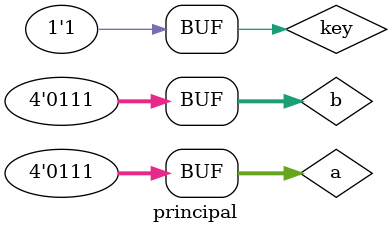
<source format=v>

module operation(output s,input [3:0]a, input[3:0]b);
	wire aux[3:0];
	xnor xnor1(aux[3],a[3],b[3]);
	xnor xnor2(aux[2],a[2],b[2]);
	xnor xnor3(aux[1],a[1],b[1]);
	xnor xnor4(aux[0],a[0],b[0]);
	
	and and1(s,aux[3],aux[2],aux[1],aux[0]);
	
endmodule//operation

module chave(s2, a, sinal);
	input a;
	input sinal;
	output s2;
	reg s2;
	
	always @(s2 or a or sinal)
	begin
		if(~sinal)
			s2 = a;
		else
			s2 = ~a;
	end
endmodule//chave

module principal;
	//definir dados
	reg[3:0]a;
	reg[3:0]b;
	wire s0;
	wire final;
	reg key;
	
	initial begin:start
		a = 4'b0000;
		b = 4'b0101;
		key = 1'b0;
	end
	
	//instanciar
	operation op1(s0,a,b);
	chave chave1(final,s0,key);
	
	initial begin:main
		$display("Exemplo0036 - Mateus Guilherme do Carmo Cruz - 427446");
		$display("LU's test - operações de igualdade e diferença selecionáveis");
		$display("key = 0 (equals), key = 1(different)");
		$display("key : a - b = s");
		$monitor("%b : %4b - %4b = %b", key, a, b, final);
		#1 key = 1'b1;
		#1 a = 4'b0111; b = 4'b0111; key = 1'b0;
		#1 key = 1'b1;
	end
endmodule//principal
</source>
